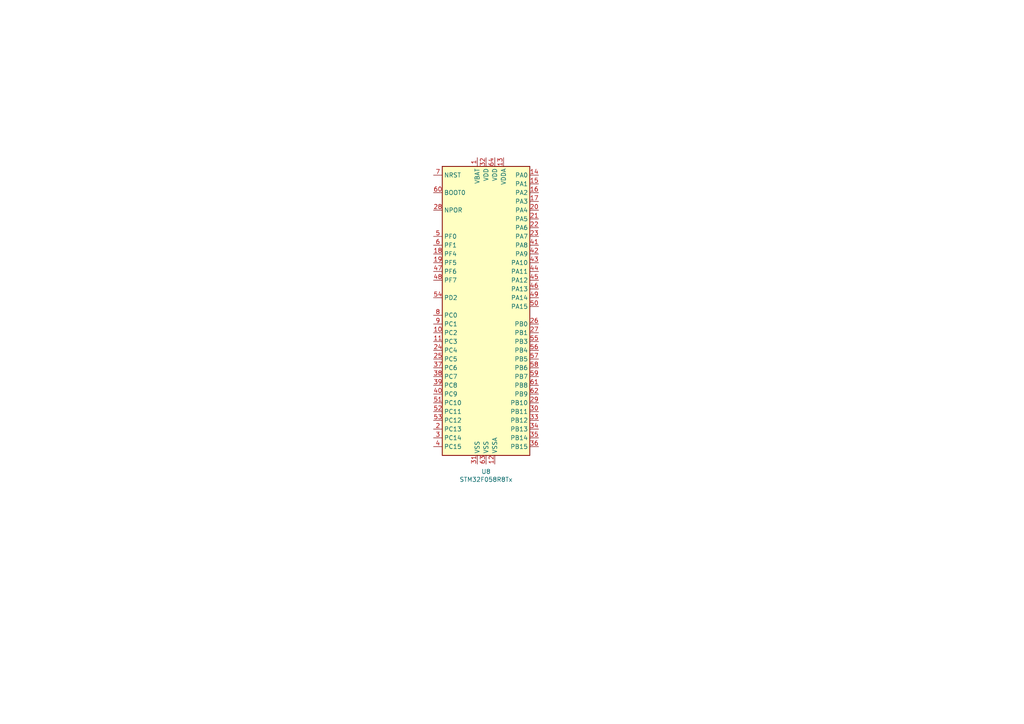
<source format=kicad_sch>
(kicad_sch (version 20210126) (generator eeschema)
  (paper "A4")
  (lib_symbols
    (symbol "MCU_ST_STM32F0:STM32F058R8Tx"
      (property "Reference" "U" (at -12.7 41.91 0))
      (property "Value" "STM32F058R8Tx" (at 7.62 41.91 0))
      (symbol "STM32F058R8Tx_0_1"
        (rectangle (start -12.7 -43.18) (end 12.7 40.64) (stroke (width 0.254)) (fill (type background)))
      )
      (symbol "STM32F058R8Tx_1_1"
        (pin power_in line (at -2.54 43.18 270) (length 2.54) (name "VBAT") (number "1"))
        (pin bidirectional line (at -15.24 -7.62 0) (length 2.54) (name "PC2") (number "10"))
        (pin bidirectional line (at -15.24 -10.16 0) (length 2.54) (name "PC3") (number "11"))
        (pin power_in line (at 2.54 -45.72 90) (length 2.54) (name "VSSA") (number "12"))
        (pin power_in line (at 5.08 43.18 270) (length 2.54) (name "VDDA") (number "13"))
        (pin bidirectional line (at 15.24 38.1 180) (length 2.54) (name "PA0") (number "14"))
        (pin bidirectional line (at 15.24 35.56 180) (length 2.54) (name "PA1") (number "15"))
        (pin bidirectional line (at 15.24 33.02 180) (length 2.54) (name "PA2") (number "16"))
        (pin bidirectional line (at 15.24 30.48 180) (length 2.54) (name "PA3") (number "17"))
        (pin bidirectional line (at -15.24 15.24 0) (length 2.54) (name "PF4") (number "18"))
        (pin bidirectional line (at -15.24 12.7 0) (length 2.54) (name "PF5") (number "19"))
        (pin bidirectional line (at -15.24 -35.56 0) (length 2.54) (name "PC13") (number "2"))
        (pin bidirectional line (at 15.24 27.94 180) (length 2.54) (name "PA4") (number "20"))
        (pin bidirectional line (at 15.24 25.4 180) (length 2.54) (name "PA5") (number "21"))
        (pin bidirectional line (at 15.24 22.86 180) (length 2.54) (name "PA6") (number "22"))
        (pin bidirectional line (at 15.24 20.32 180) (length 2.54) (name "PA7") (number "23"))
        (pin bidirectional line (at -15.24 -12.7 0) (length 2.54) (name "PC4") (number "24"))
        (pin bidirectional line (at -15.24 -15.24 0) (length 2.54) (name "PC5") (number "25"))
        (pin bidirectional line (at 15.24 -5.08 180) (length 2.54) (name "PB0") (number "26"))
        (pin bidirectional line (at 15.24 -7.62 180) (length 2.54) (name "PB1") (number "27"))
        (pin power_in line (at -15.24 27.94 0) (length 2.54) (name "NPOR") (number "28"))
        (pin bidirectional line (at 15.24 -27.94 180) (length 2.54) (name "PB10") (number "29"))
        (pin bidirectional line (at -15.24 -38.1 0) (length 2.54) (name "PC14") (number "3"))
        (pin bidirectional line (at 15.24 -30.48 180) (length 2.54) (name "PB11") (number "30"))
        (pin power_in line (at -2.54 -45.72 90) (length 2.54) (name "VSS") (number "31"))
        (pin power_in line (at 0 43.18 270) (length 2.54) (name "VDD") (number "32"))
        (pin bidirectional line (at 15.24 -33.02 180) (length 2.54) (name "PB12") (number "33"))
        (pin bidirectional line (at 15.24 -35.56 180) (length 2.54) (name "PB13") (number "34"))
        (pin bidirectional line (at 15.24 -38.1 180) (length 2.54) (name "PB14") (number "35"))
        (pin bidirectional line (at 15.24 -40.64 180) (length 2.54) (name "PB15") (number "36"))
        (pin bidirectional line (at -15.24 -17.78 0) (length 2.54) (name "PC6") (number "37"))
        (pin bidirectional line (at -15.24 -20.32 0) (length 2.54) (name "PC7") (number "38"))
        (pin bidirectional line (at -15.24 -22.86 0) (length 2.54) (name "PC8") (number "39"))
        (pin bidirectional line (at -15.24 -40.64 0) (length 2.54) (name "PC15") (number "4"))
        (pin bidirectional line (at -15.24 -25.4 0) (length 2.54) (name "PC9") (number "40"))
        (pin bidirectional line (at 15.24 17.78 180) (length 2.54) (name "PA8") (number "41"))
        (pin bidirectional line (at 15.24 15.24 180) (length 2.54) (name "PA9") (number "42"))
        (pin bidirectional line (at 15.24 12.7 180) (length 2.54) (name "PA10") (number "43"))
        (pin bidirectional line (at 15.24 10.16 180) (length 2.54) (name "PA11") (number "44"))
        (pin bidirectional line (at 15.24 7.62 180) (length 2.54) (name "PA12") (number "45"))
        (pin bidirectional line (at 15.24 5.08 180) (length 2.54) (name "PA13") (number "46"))
        (pin bidirectional line (at -15.24 10.16 0) (length 2.54) (name "PF6") (number "47"))
        (pin bidirectional line (at -15.24 7.62 0) (length 2.54) (name "PF7") (number "48"))
        (pin bidirectional line (at 15.24 2.54 180) (length 2.54) (name "PA14") (number "49"))
        (pin input line (at -15.24 20.32 0) (length 2.54) (name "PF0") (number "5"))
        (pin bidirectional line (at 15.24 0 180) (length 2.54) (name "PA15") (number "50"))
        (pin bidirectional line (at -15.24 -27.94 0) (length 2.54) (name "PC10") (number "51"))
        (pin bidirectional line (at -15.24 -30.48 0) (length 2.54) (name "PC11") (number "52"))
        (pin bidirectional line (at -15.24 -33.02 0) (length 2.54) (name "PC12") (number "53"))
        (pin bidirectional line (at -15.24 2.54 0) (length 2.54) (name "PD2") (number "54"))
        (pin bidirectional line (at 15.24 -10.16 180) (length 2.54) (name "PB3") (number "55"))
        (pin bidirectional line (at 15.24 -12.7 180) (length 2.54) (name "PB4") (number "56"))
        (pin bidirectional line (at 15.24 -15.24 180) (length 2.54) (name "PB5") (number "57"))
        (pin bidirectional line (at 15.24 -17.78 180) (length 2.54) (name "PB6") (number "58"))
        (pin bidirectional line (at 15.24 -20.32 180) (length 2.54) (name "PB7") (number "59"))
        (pin input line (at -15.24 17.78 0) (length 2.54) (name "PF1") (number "6"))
        (pin input line (at -15.24 33.02 0) (length 2.54) (name "BOOT0") (number "60"))
        (pin bidirectional line (at 15.24 -22.86 180) (length 2.54) (name "PB8") (number "61"))
        (pin bidirectional line (at 15.24 -25.4 180) (length 2.54) (name "PB9") (number "62"))
        (pin power_in line (at 0 -45.72 90) (length 2.54) (name "VSS") (number "63"))
        (pin power_in line (at 2.54 43.18 270) (length 2.54) (name "VDD") (number "64"))
        (pin input line (at -15.24 38.1 0) (length 2.54) (name "NRST") (number "7"))
        (pin bidirectional line (at -15.24 -2.54 0) (length 2.54) (name "PC0") (number "8"))
        (pin bidirectional line (at -15.24 -5.08 0) (length 2.54) (name "PC1") (number "9"))
      )
    )
  )
  (symbol (lib_id "MCU_ST_STM32F0:STM32F058R8Tx") (at 140.97 88.9 0) (unit 1)
    (property "Reference" "U8" (at 140.97 136.7854 0))
    (property "Value" "STM32F058R8Tx" (at 140.97 139.0841 0))
    (property "Footprint" "Package_QFP:LQFP-64_10x10mm_P0.5mm" (effects hide))
    (property "Datasheet" "http://www.st.com/st-web-ui/static/active/en/resource/technical/document/datasheet/DM00059126.pdf" (effects hide))
  )
)
</source>
